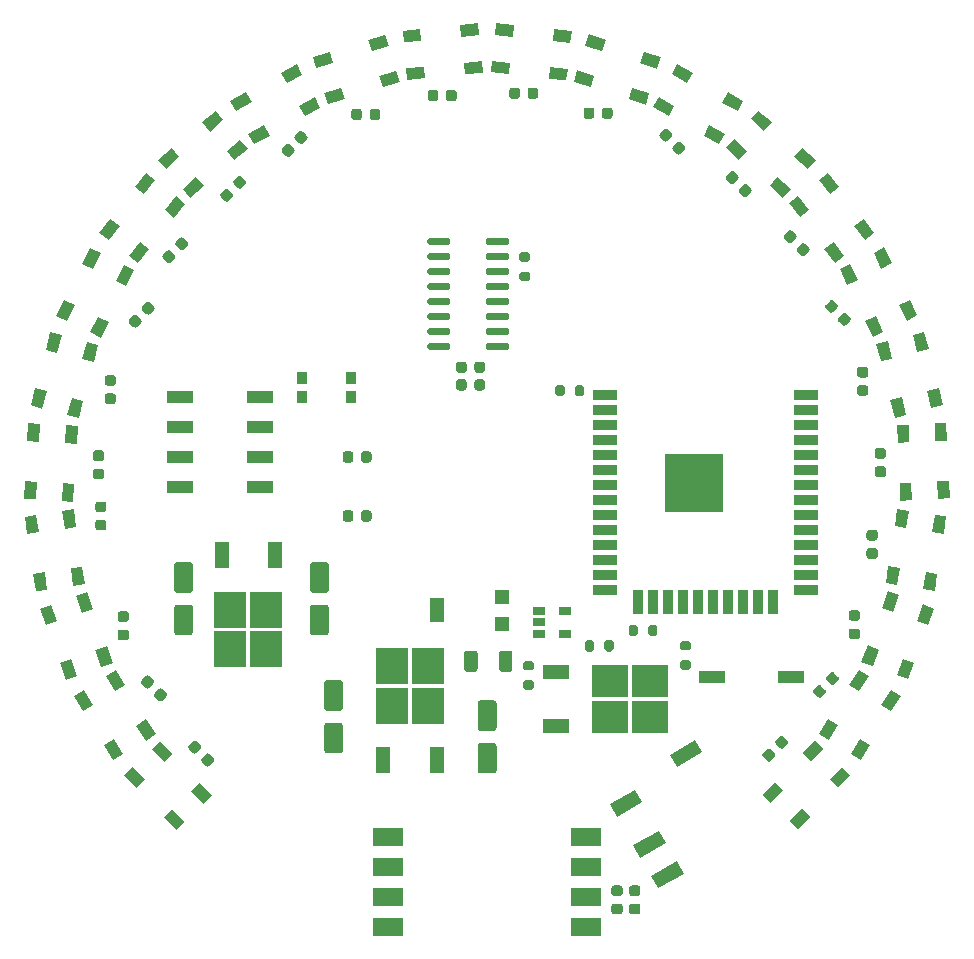
<source format=gbr>
%TF.GenerationSoftware,KiCad,Pcbnew,(5.1.9)-1*%
%TF.CreationDate,2021-08-08T14:50:10+02:00*%
%TF.ProjectId,nogasm,6e6f6761-736d-42e6-9b69-6361645f7063,rev?*%
%TF.SameCoordinates,Original*%
%TF.FileFunction,Paste,Top*%
%TF.FilePolarity,Positive*%
%FSLAX46Y46*%
G04 Gerber Fmt 4.6, Leading zero omitted, Abs format (unit mm)*
G04 Created by KiCad (PCBNEW (5.1.9)-1) date 2021-08-08 14:50:10*
%MOMM*%
%LPD*%
G01*
G04 APERTURE LIST*
%ADD10R,2.000000X0.900000*%
%ADD11R,0.900000X2.000000*%
%ADD12R,5.000000X5.000000*%
%ADD13R,1.060000X0.650000*%
%ADD14R,2.750000X3.050000*%
%ADD15R,1.200000X2.200000*%
%ADD16R,2.540000X1.524000*%
%ADD17R,2.160000X1.120000*%
%ADD18R,0.900000X1.000000*%
%ADD19R,1.300000X1.300000*%
%ADD20R,1.300000X2.000000*%
%ADD21R,3.050000X2.750000*%
%ADD22R,2.200000X1.200000*%
%ADD23C,0.100000*%
G04 APERTURE END LIST*
D10*
%TO.C,U5*%
X167000000Y-82245000D03*
X167000000Y-83515000D03*
X167000000Y-84785000D03*
X167000000Y-86055000D03*
X167000000Y-87325000D03*
X167000000Y-88595000D03*
X167000000Y-89865000D03*
X167000000Y-91135000D03*
X167000000Y-92405000D03*
X167000000Y-93675000D03*
X167000000Y-94945000D03*
X167000000Y-96215000D03*
X167000000Y-97485000D03*
X167000000Y-98755000D03*
D11*
X164215000Y-99755000D03*
X162945000Y-99755000D03*
X161675000Y-99755000D03*
X160405000Y-99755000D03*
X159135000Y-99755000D03*
X157865000Y-99755000D03*
X156595000Y-99755000D03*
X155325000Y-99755000D03*
X154055000Y-99755000D03*
X152785000Y-99755000D03*
D10*
X150000000Y-98755000D03*
X150000000Y-97485000D03*
X150000000Y-96215000D03*
X150000000Y-94945000D03*
X150000000Y-93675000D03*
X150000000Y-92405000D03*
X150000000Y-91135000D03*
X150000000Y-89865000D03*
X150000000Y-88595000D03*
X150000000Y-87325000D03*
X150000000Y-86055000D03*
X150000000Y-84785000D03*
X150000000Y-83515000D03*
X150000000Y-82245000D03*
D12*
X157500000Y-89745000D03*
%TD*%
%TO.C,U6*%
G36*
G01*
X136900000Y-77995000D02*
X136900000Y-78295000D01*
G75*
G02*
X136750000Y-78445000I-150000J0D01*
G01*
X135100000Y-78445000D01*
G75*
G02*
X134950000Y-78295000I0J150000D01*
G01*
X134950000Y-77995000D01*
G75*
G02*
X135100000Y-77845000I150000J0D01*
G01*
X136750000Y-77845000D01*
G75*
G02*
X136900000Y-77995000I0J-150000D01*
G01*
G37*
G36*
G01*
X136900000Y-76725000D02*
X136900000Y-77025000D01*
G75*
G02*
X136750000Y-77175000I-150000J0D01*
G01*
X135100000Y-77175000D01*
G75*
G02*
X134950000Y-77025000I0J150000D01*
G01*
X134950000Y-76725000D01*
G75*
G02*
X135100000Y-76575000I150000J0D01*
G01*
X136750000Y-76575000D01*
G75*
G02*
X136900000Y-76725000I0J-150000D01*
G01*
G37*
G36*
G01*
X136900000Y-75455000D02*
X136900000Y-75755000D01*
G75*
G02*
X136750000Y-75905000I-150000J0D01*
G01*
X135100000Y-75905000D01*
G75*
G02*
X134950000Y-75755000I0J150000D01*
G01*
X134950000Y-75455000D01*
G75*
G02*
X135100000Y-75305000I150000J0D01*
G01*
X136750000Y-75305000D01*
G75*
G02*
X136900000Y-75455000I0J-150000D01*
G01*
G37*
G36*
G01*
X136900000Y-74185000D02*
X136900000Y-74485000D01*
G75*
G02*
X136750000Y-74635000I-150000J0D01*
G01*
X135100000Y-74635000D01*
G75*
G02*
X134950000Y-74485000I0J150000D01*
G01*
X134950000Y-74185000D01*
G75*
G02*
X135100000Y-74035000I150000J0D01*
G01*
X136750000Y-74035000D01*
G75*
G02*
X136900000Y-74185000I0J-150000D01*
G01*
G37*
G36*
G01*
X136900000Y-72915000D02*
X136900000Y-73215000D01*
G75*
G02*
X136750000Y-73365000I-150000J0D01*
G01*
X135100000Y-73365000D01*
G75*
G02*
X134950000Y-73215000I0J150000D01*
G01*
X134950000Y-72915000D01*
G75*
G02*
X135100000Y-72765000I150000J0D01*
G01*
X136750000Y-72765000D01*
G75*
G02*
X136900000Y-72915000I0J-150000D01*
G01*
G37*
G36*
G01*
X136900000Y-71645000D02*
X136900000Y-71945000D01*
G75*
G02*
X136750000Y-72095000I-150000J0D01*
G01*
X135100000Y-72095000D01*
G75*
G02*
X134950000Y-71945000I0J150000D01*
G01*
X134950000Y-71645000D01*
G75*
G02*
X135100000Y-71495000I150000J0D01*
G01*
X136750000Y-71495000D01*
G75*
G02*
X136900000Y-71645000I0J-150000D01*
G01*
G37*
G36*
G01*
X136900000Y-70375000D02*
X136900000Y-70675000D01*
G75*
G02*
X136750000Y-70825000I-150000J0D01*
G01*
X135100000Y-70825000D01*
G75*
G02*
X134950000Y-70675000I0J150000D01*
G01*
X134950000Y-70375000D01*
G75*
G02*
X135100000Y-70225000I150000J0D01*
G01*
X136750000Y-70225000D01*
G75*
G02*
X136900000Y-70375000I0J-150000D01*
G01*
G37*
G36*
G01*
X136900000Y-69105000D02*
X136900000Y-69405000D01*
G75*
G02*
X136750000Y-69555000I-150000J0D01*
G01*
X135100000Y-69555000D01*
G75*
G02*
X134950000Y-69405000I0J150000D01*
G01*
X134950000Y-69105000D01*
G75*
G02*
X135100000Y-68955000I150000J0D01*
G01*
X136750000Y-68955000D01*
G75*
G02*
X136900000Y-69105000I0J-150000D01*
G01*
G37*
G36*
G01*
X141850000Y-69105000D02*
X141850000Y-69405000D01*
G75*
G02*
X141700000Y-69555000I-150000J0D01*
G01*
X140050000Y-69555000D01*
G75*
G02*
X139900000Y-69405000I0J150000D01*
G01*
X139900000Y-69105000D01*
G75*
G02*
X140050000Y-68955000I150000J0D01*
G01*
X141700000Y-68955000D01*
G75*
G02*
X141850000Y-69105000I0J-150000D01*
G01*
G37*
G36*
G01*
X141850000Y-70375000D02*
X141850000Y-70675000D01*
G75*
G02*
X141700000Y-70825000I-150000J0D01*
G01*
X140050000Y-70825000D01*
G75*
G02*
X139900000Y-70675000I0J150000D01*
G01*
X139900000Y-70375000D01*
G75*
G02*
X140050000Y-70225000I150000J0D01*
G01*
X141700000Y-70225000D01*
G75*
G02*
X141850000Y-70375000I0J-150000D01*
G01*
G37*
G36*
G01*
X141850000Y-71645000D02*
X141850000Y-71945000D01*
G75*
G02*
X141700000Y-72095000I-150000J0D01*
G01*
X140050000Y-72095000D01*
G75*
G02*
X139900000Y-71945000I0J150000D01*
G01*
X139900000Y-71645000D01*
G75*
G02*
X140050000Y-71495000I150000J0D01*
G01*
X141700000Y-71495000D01*
G75*
G02*
X141850000Y-71645000I0J-150000D01*
G01*
G37*
G36*
G01*
X141850000Y-72915000D02*
X141850000Y-73215000D01*
G75*
G02*
X141700000Y-73365000I-150000J0D01*
G01*
X140050000Y-73365000D01*
G75*
G02*
X139900000Y-73215000I0J150000D01*
G01*
X139900000Y-72915000D01*
G75*
G02*
X140050000Y-72765000I150000J0D01*
G01*
X141700000Y-72765000D01*
G75*
G02*
X141850000Y-72915000I0J-150000D01*
G01*
G37*
G36*
G01*
X141850000Y-74185000D02*
X141850000Y-74485000D01*
G75*
G02*
X141700000Y-74635000I-150000J0D01*
G01*
X140050000Y-74635000D01*
G75*
G02*
X139900000Y-74485000I0J150000D01*
G01*
X139900000Y-74185000D01*
G75*
G02*
X140050000Y-74035000I150000J0D01*
G01*
X141700000Y-74035000D01*
G75*
G02*
X141850000Y-74185000I0J-150000D01*
G01*
G37*
G36*
G01*
X141850000Y-75455000D02*
X141850000Y-75755000D01*
G75*
G02*
X141700000Y-75905000I-150000J0D01*
G01*
X140050000Y-75905000D01*
G75*
G02*
X139900000Y-75755000I0J150000D01*
G01*
X139900000Y-75455000D01*
G75*
G02*
X140050000Y-75305000I150000J0D01*
G01*
X141700000Y-75305000D01*
G75*
G02*
X141850000Y-75455000I0J-150000D01*
G01*
G37*
G36*
G01*
X141850000Y-76725000D02*
X141850000Y-77025000D01*
G75*
G02*
X141700000Y-77175000I-150000J0D01*
G01*
X140050000Y-77175000D01*
G75*
G02*
X139900000Y-77025000I0J150000D01*
G01*
X139900000Y-76725000D01*
G75*
G02*
X140050000Y-76575000I150000J0D01*
G01*
X141700000Y-76575000D01*
G75*
G02*
X141850000Y-76725000I0J-150000D01*
G01*
G37*
G36*
G01*
X141850000Y-77995000D02*
X141850000Y-78295000D01*
G75*
G02*
X141700000Y-78445000I-150000J0D01*
G01*
X140050000Y-78445000D01*
G75*
G02*
X139900000Y-78295000I0J150000D01*
G01*
X139900000Y-77995000D01*
G75*
G02*
X140050000Y-77845000I150000J0D01*
G01*
X141700000Y-77845000D01*
G75*
G02*
X141850000Y-77995000I0J-150000D01*
G01*
G37*
%TD*%
%TO.C,R6*%
G36*
G01*
X142925000Y-71825000D02*
X143475000Y-71825000D01*
G75*
G02*
X143675000Y-72025000I0J-200000D01*
G01*
X143675000Y-72425000D01*
G75*
G02*
X143475000Y-72625000I-200000J0D01*
G01*
X142925000Y-72625000D01*
G75*
G02*
X142725000Y-72425000I0J200000D01*
G01*
X142725000Y-72025000D01*
G75*
G02*
X142925000Y-71825000I200000J0D01*
G01*
G37*
G36*
G01*
X142925000Y-70175000D02*
X143475000Y-70175000D01*
G75*
G02*
X143675000Y-70375000I0J-200000D01*
G01*
X143675000Y-70775000D01*
G75*
G02*
X143475000Y-70975000I-200000J0D01*
G01*
X142925000Y-70975000D01*
G75*
G02*
X142725000Y-70775000I0J200000D01*
G01*
X142725000Y-70375000D01*
G75*
G02*
X142925000Y-70175000I200000J0D01*
G01*
G37*
%TD*%
%TO.C,C35*%
G36*
G01*
X138925000Y-81650000D02*
X138925000Y-81150000D01*
G75*
G02*
X139150000Y-80925000I225000J0D01*
G01*
X139600000Y-80925000D01*
G75*
G02*
X139825000Y-81150000I0J-225000D01*
G01*
X139825000Y-81650000D01*
G75*
G02*
X139600000Y-81875000I-225000J0D01*
G01*
X139150000Y-81875000D01*
G75*
G02*
X138925000Y-81650000I0J225000D01*
G01*
G37*
G36*
G01*
X137375000Y-81650000D02*
X137375000Y-81150000D01*
G75*
G02*
X137600000Y-80925000I225000J0D01*
G01*
X138050000Y-80925000D01*
G75*
G02*
X138275000Y-81150000I0J-225000D01*
G01*
X138275000Y-81650000D01*
G75*
G02*
X138050000Y-81875000I-225000J0D01*
G01*
X137600000Y-81875000D01*
G75*
G02*
X137375000Y-81650000I0J225000D01*
G01*
G37*
%TD*%
%TO.C,C34*%
G36*
G01*
X138925000Y-80150000D02*
X138925000Y-79650000D01*
G75*
G02*
X139150000Y-79425000I225000J0D01*
G01*
X139600000Y-79425000D01*
G75*
G02*
X139825000Y-79650000I0J-225000D01*
G01*
X139825000Y-80150000D01*
G75*
G02*
X139600000Y-80375000I-225000J0D01*
G01*
X139150000Y-80375000D01*
G75*
G02*
X138925000Y-80150000I0J225000D01*
G01*
G37*
G36*
G01*
X137375000Y-80150000D02*
X137375000Y-79650000D01*
G75*
G02*
X137600000Y-79425000I225000J0D01*
G01*
X138050000Y-79425000D01*
G75*
G02*
X138275000Y-79650000I0J-225000D01*
G01*
X138275000Y-80150000D01*
G75*
G02*
X138050000Y-80375000I-225000J0D01*
G01*
X137600000Y-80375000D01*
G75*
G02*
X137375000Y-80150000I0J225000D01*
G01*
G37*
%TD*%
%TO.C,C7*%
G36*
G01*
X140550000Y-110700000D02*
X139450000Y-110700000D01*
G75*
G02*
X139200000Y-110450000I0J250000D01*
G01*
X139200000Y-108350000D01*
G75*
G02*
X139450000Y-108100000I250000J0D01*
G01*
X140550000Y-108100000D01*
G75*
G02*
X140800000Y-108350000I0J-250000D01*
G01*
X140800000Y-110450000D01*
G75*
G02*
X140550000Y-110700000I-250000J0D01*
G01*
G37*
G36*
G01*
X140550000Y-114300000D02*
X139450000Y-114300000D01*
G75*
G02*
X139200000Y-114050000I0J250000D01*
G01*
X139200000Y-111950000D01*
G75*
G02*
X139450000Y-111700000I250000J0D01*
G01*
X140550000Y-111700000D01*
G75*
G02*
X140800000Y-111950000I0J-250000D01*
G01*
X140800000Y-114050000D01*
G75*
G02*
X140550000Y-114300000I-250000J0D01*
G01*
G37*
%TD*%
%TO.C,C5*%
G36*
G01*
X127550000Y-109000000D02*
X126450000Y-109000000D01*
G75*
G02*
X126200000Y-108750000I0J250000D01*
G01*
X126200000Y-106650000D01*
G75*
G02*
X126450000Y-106400000I250000J0D01*
G01*
X127550000Y-106400000D01*
G75*
G02*
X127800000Y-106650000I0J-250000D01*
G01*
X127800000Y-108750000D01*
G75*
G02*
X127550000Y-109000000I-250000J0D01*
G01*
G37*
G36*
G01*
X127550000Y-112600000D02*
X126450000Y-112600000D01*
G75*
G02*
X126200000Y-112350000I0J250000D01*
G01*
X126200000Y-110250000D01*
G75*
G02*
X126450000Y-110000000I250000J0D01*
G01*
X127550000Y-110000000D01*
G75*
G02*
X127800000Y-110250000I0J-250000D01*
G01*
X127800000Y-112350000D01*
G75*
G02*
X127550000Y-112600000I-250000J0D01*
G01*
G37*
%TD*%
%TO.C,C4*%
G36*
G01*
X113750000Y-100000000D02*
X114850000Y-100000000D01*
G75*
G02*
X115100000Y-100250000I0J-250000D01*
G01*
X115100000Y-102350000D01*
G75*
G02*
X114850000Y-102600000I-250000J0D01*
G01*
X113750000Y-102600000D01*
G75*
G02*
X113500000Y-102350000I0J250000D01*
G01*
X113500000Y-100250000D01*
G75*
G02*
X113750000Y-100000000I250000J0D01*
G01*
G37*
G36*
G01*
X113750000Y-96400000D02*
X114850000Y-96400000D01*
G75*
G02*
X115100000Y-96650000I0J-250000D01*
G01*
X115100000Y-98750000D01*
G75*
G02*
X114850000Y-99000000I-250000J0D01*
G01*
X113750000Y-99000000D01*
G75*
G02*
X113500000Y-98750000I0J250000D01*
G01*
X113500000Y-96650000D01*
G75*
G02*
X113750000Y-96400000I250000J0D01*
G01*
G37*
%TD*%
%TO.C,C2*%
G36*
G01*
X125250000Y-100000000D02*
X126350000Y-100000000D01*
G75*
G02*
X126600000Y-100250000I0J-250000D01*
G01*
X126600000Y-102350000D01*
G75*
G02*
X126350000Y-102600000I-250000J0D01*
G01*
X125250000Y-102600000D01*
G75*
G02*
X125000000Y-102350000I0J250000D01*
G01*
X125000000Y-100250000D01*
G75*
G02*
X125250000Y-100000000I250000J0D01*
G01*
G37*
G36*
G01*
X125250000Y-96400000D02*
X126350000Y-96400000D01*
G75*
G02*
X126600000Y-96650000I0J-250000D01*
G01*
X126600000Y-98750000D01*
G75*
G02*
X126350000Y-99000000I-250000J0D01*
G01*
X125250000Y-99000000D01*
G75*
G02*
X125000000Y-98750000I0J250000D01*
G01*
X125000000Y-96650000D01*
G75*
G02*
X125250000Y-96400000I250000J0D01*
G01*
G37*
%TD*%
D13*
%TO.C,U4*%
X146600000Y-100550000D03*
X146600000Y-102450000D03*
X144400000Y-102450000D03*
X144400000Y-101500000D03*
X144400000Y-100550000D03*
%TD*%
D14*
%TO.C,U3*%
X135000000Y-108575000D03*
X131950000Y-105225000D03*
X131950000Y-108575000D03*
X135000000Y-105225000D03*
D15*
X135755000Y-113200000D03*
X131195000Y-113200000D03*
%TD*%
D14*
%TO.C,U2*%
X118275000Y-100425000D03*
X121325000Y-103775000D03*
X121325000Y-100425000D03*
X118275000Y-103775000D03*
D15*
X117520000Y-95800000D03*
X122080000Y-95800000D03*
%TD*%
D16*
%TO.C,U1*%
X131618000Y-127310000D03*
X131618000Y-124770000D03*
X131618000Y-122230000D03*
X131618000Y-119690000D03*
X148382000Y-119690000D03*
X148382000Y-122230000D03*
X148382000Y-124770000D03*
X148382000Y-127310000D03*
%TD*%
D17*
%TO.C,SW4*%
X159035000Y-106100000D03*
X165765000Y-106100000D03*
%TD*%
%TO.C,SW3*%
X114035000Y-90010000D03*
X120765000Y-82390000D03*
X114035000Y-87470000D03*
X120765000Y-84930000D03*
X114035000Y-84930000D03*
X120765000Y-87470000D03*
X114035000Y-82390000D03*
X120765000Y-90010000D03*
%TD*%
D18*
%TO.C,SW1*%
X128450000Y-82400000D03*
X128450000Y-80800000D03*
X124350000Y-82400000D03*
X124350000Y-80800000D03*
%TD*%
D19*
%TO.C,RV1*%
X141250000Y-99350000D03*
D20*
X135750000Y-100500000D03*
D19*
X141250000Y-101650000D03*
%TD*%
%TO.C,R5*%
G36*
G01*
X153625000Y-102475000D02*
X153625000Y-101925000D01*
G75*
G02*
X153825000Y-101725000I200000J0D01*
G01*
X154225000Y-101725000D01*
G75*
G02*
X154425000Y-101925000I0J-200000D01*
G01*
X154425000Y-102475000D01*
G75*
G02*
X154225000Y-102675000I-200000J0D01*
G01*
X153825000Y-102675000D01*
G75*
G02*
X153625000Y-102475000I0J200000D01*
G01*
G37*
G36*
G01*
X151975000Y-102475000D02*
X151975000Y-101925000D01*
G75*
G02*
X152175000Y-101725000I200000J0D01*
G01*
X152575000Y-101725000D01*
G75*
G02*
X152775000Y-101925000I0J-200000D01*
G01*
X152775000Y-102475000D01*
G75*
G02*
X152575000Y-102675000I-200000J0D01*
G01*
X152175000Y-102675000D01*
G75*
G02*
X151975000Y-102475000I0J200000D01*
G01*
G37*
%TD*%
%TO.C,R4*%
G36*
G01*
X147425000Y-82175000D02*
X147425000Y-81625000D01*
G75*
G02*
X147625000Y-81425000I200000J0D01*
G01*
X148025000Y-81425000D01*
G75*
G02*
X148225000Y-81625000I0J-200000D01*
G01*
X148225000Y-82175000D01*
G75*
G02*
X148025000Y-82375000I-200000J0D01*
G01*
X147625000Y-82375000D01*
G75*
G02*
X147425000Y-82175000I0J200000D01*
G01*
G37*
G36*
G01*
X145775000Y-82175000D02*
X145775000Y-81625000D01*
G75*
G02*
X145975000Y-81425000I200000J0D01*
G01*
X146375000Y-81425000D01*
G75*
G02*
X146575000Y-81625000I0J-200000D01*
G01*
X146575000Y-82175000D01*
G75*
G02*
X146375000Y-82375000I-200000J0D01*
G01*
X145975000Y-82375000D01*
G75*
G02*
X145775000Y-82175000I0J200000D01*
G01*
G37*
%TD*%
%TO.C,R3*%
G36*
G01*
X149075000Y-103225000D02*
X149075000Y-103775000D01*
G75*
G02*
X148875000Y-103975000I-200000J0D01*
G01*
X148475000Y-103975000D01*
G75*
G02*
X148275000Y-103775000I0J200000D01*
G01*
X148275000Y-103225000D01*
G75*
G02*
X148475000Y-103025000I200000J0D01*
G01*
X148875000Y-103025000D01*
G75*
G02*
X149075000Y-103225000I0J-200000D01*
G01*
G37*
G36*
G01*
X150725000Y-103225000D02*
X150725000Y-103775000D01*
G75*
G02*
X150525000Y-103975000I-200000J0D01*
G01*
X150125000Y-103975000D01*
G75*
G02*
X149925000Y-103775000I0J200000D01*
G01*
X149925000Y-103225000D01*
G75*
G02*
X150125000Y-103025000I200000J0D01*
G01*
X150525000Y-103025000D01*
G75*
G02*
X150725000Y-103225000I0J-200000D01*
G01*
G37*
%TD*%
%TO.C,R2*%
G36*
G01*
X157075000Y-103875000D02*
X156525000Y-103875000D01*
G75*
G02*
X156325000Y-103675000I0J200000D01*
G01*
X156325000Y-103275000D01*
G75*
G02*
X156525000Y-103075000I200000J0D01*
G01*
X157075000Y-103075000D01*
G75*
G02*
X157275000Y-103275000I0J-200000D01*
G01*
X157275000Y-103675000D01*
G75*
G02*
X157075000Y-103875000I-200000J0D01*
G01*
G37*
G36*
G01*
X157075000Y-105525000D02*
X156525000Y-105525000D01*
G75*
G02*
X156325000Y-105325000I0J200000D01*
G01*
X156325000Y-104925000D01*
G75*
G02*
X156525000Y-104725000I200000J0D01*
G01*
X157075000Y-104725000D01*
G75*
G02*
X157275000Y-104925000I0J-200000D01*
G01*
X157275000Y-105325000D01*
G75*
G02*
X157075000Y-105525000I-200000J0D01*
G01*
G37*
%TD*%
%TO.C,R1*%
G36*
G01*
X143775000Y-105575000D02*
X143225000Y-105575000D01*
G75*
G02*
X143025000Y-105375000I0J200000D01*
G01*
X143025000Y-104975000D01*
G75*
G02*
X143225000Y-104775000I200000J0D01*
G01*
X143775000Y-104775000D01*
G75*
G02*
X143975000Y-104975000I0J-200000D01*
G01*
X143975000Y-105375000D01*
G75*
G02*
X143775000Y-105575000I-200000J0D01*
G01*
G37*
G36*
G01*
X143775000Y-107225000D02*
X143225000Y-107225000D01*
G75*
G02*
X143025000Y-107025000I0J200000D01*
G01*
X143025000Y-106625000D01*
G75*
G02*
X143225000Y-106425000I200000J0D01*
G01*
X143775000Y-106425000D01*
G75*
G02*
X143975000Y-106625000I0J-200000D01*
G01*
X143975000Y-107025000D01*
G75*
G02*
X143775000Y-107225000I-200000J0D01*
G01*
G37*
%TD*%
D21*
%TO.C,Q1*%
X150425000Y-109525000D03*
X153775000Y-106475000D03*
X150425000Y-106475000D03*
X153775000Y-109525000D03*
D22*
X145800000Y-110280000D03*
X145800000Y-105720000D03*
%TD*%
D23*
%TO.C,J2*%
G36*
X156655449Y-122769246D02*
G01*
X154490385Y-124019246D01*
X153890385Y-122980016D01*
X156055449Y-121730016D01*
X156655449Y-122769246D01*
G37*
G36*
X155155449Y-120171169D02*
G01*
X152990385Y-121421169D01*
X152390385Y-120381939D01*
X154555449Y-119131939D01*
X155155449Y-120171169D01*
G37*
G36*
X153155449Y-116707068D02*
G01*
X150990385Y-117957068D01*
X150390385Y-116917838D01*
X152555449Y-115667838D01*
X153155449Y-116707068D01*
G37*
G36*
X158234615Y-112504440D02*
G01*
X156069551Y-113754440D01*
X155469551Y-112715210D01*
X157634615Y-111465210D01*
X158234615Y-112504440D01*
G37*
%TD*%
%TO.C,D24*%
G36*
X164025913Y-116817525D02*
G01*
X163302946Y-116126642D01*
X164339269Y-115042191D01*
X165062236Y-115733074D01*
X164025913Y-116817525D01*
G37*
G36*
X166339408Y-119028348D02*
G01*
X165616441Y-118337465D01*
X166652764Y-117253014D01*
X167375731Y-117943897D01*
X166339408Y-119028348D01*
G37*
G36*
X167411236Y-113274986D02*
G01*
X166688269Y-112584103D01*
X167724592Y-111499652D01*
X168447559Y-112190535D01*
X167411236Y-113274986D01*
G37*
G36*
X169724731Y-115485809D02*
G01*
X169001764Y-114794926D01*
X170038087Y-113710475D01*
X170761054Y-114401358D01*
X169724731Y-115485809D01*
G37*
%TD*%
%TO.C,D23*%
G36*
X139536698Y-53979230D02*
G01*
X139632544Y-54974626D01*
X138139450Y-55118394D01*
X138043604Y-54122998D01*
X139536698Y-53979230D01*
G37*
G36*
X139229991Y-50793962D02*
G01*
X139325837Y-51789358D01*
X137832743Y-51933126D01*
X137736897Y-50937730D01*
X139229991Y-50793962D01*
G37*
G36*
X134659257Y-54448874D02*
G01*
X134755103Y-55444270D01*
X133262009Y-55588038D01*
X133166163Y-54592642D01*
X134659257Y-54448874D01*
G37*
G36*
X134352550Y-51263606D02*
G01*
X134448396Y-52259002D01*
X132955302Y-52402770D01*
X132859456Y-51407374D01*
X134352550Y-51263606D01*
G37*
%TD*%
%TO.C,D22*%
G36*
X168918690Y-111453252D02*
G01*
X168071568Y-110921853D01*
X168868666Y-109651170D01*
X169715788Y-110182569D01*
X168918690Y-111453252D01*
G37*
G36*
X171629481Y-113153727D02*
G01*
X170782359Y-112622328D01*
X171579457Y-111351645D01*
X172426579Y-111883044D01*
X171629481Y-113153727D01*
G37*
G36*
X171522543Y-107302355D02*
G01*
X170675421Y-106770956D01*
X171472519Y-105500273D01*
X172319641Y-106031672D01*
X171522543Y-107302355D01*
G37*
G36*
X174233334Y-109002830D02*
G01*
X173386212Y-108471431D01*
X174183310Y-107200748D01*
X175030432Y-107732147D01*
X174233334Y-109002830D01*
G37*
%TD*%
%TO.C,D21*%
G36*
X132318982Y-54803443D02*
G01*
X132613022Y-55759236D01*
X131179332Y-56200297D01*
X130885292Y-55244504D01*
X132318982Y-54803443D01*
G37*
G36*
X131378053Y-51744905D02*
G01*
X131672093Y-52700698D01*
X130238403Y-53141759D01*
X129944363Y-52185966D01*
X131378053Y-51744905D01*
G37*
G36*
X127635597Y-56244241D02*
G01*
X127929637Y-57200034D01*
X126495947Y-57641095D01*
X126201907Y-56685302D01*
X127635597Y-56244241D01*
G37*
G36*
X126694668Y-53185703D02*
G01*
X126988708Y-54141496D01*
X125555018Y-54582557D01*
X125260978Y-53626764D01*
X126694668Y-53185703D01*
G37*
%TD*%
%TO.C,D20*%
G36*
X172635997Y-105216123D02*
G01*
X171699324Y-104865915D01*
X172224635Y-103460907D01*
X173161308Y-103811115D01*
X172635997Y-105216123D01*
G37*
G36*
X175633348Y-106336787D02*
G01*
X174696675Y-105986579D01*
X175221986Y-104581571D01*
X176158659Y-104931779D01*
X175633348Y-106336787D01*
G37*
G36*
X174352014Y-100626429D02*
G01*
X173415341Y-100276221D01*
X173940652Y-98871213D01*
X174877325Y-99221421D01*
X174352014Y-100626429D01*
G37*
G36*
X177349365Y-101747093D02*
G01*
X176412692Y-101396885D01*
X176938003Y-99991877D01*
X177874676Y-100342085D01*
X177349365Y-101747093D01*
G37*
%TD*%
%TO.C,D19*%
G36*
X125413114Y-57058145D02*
G01*
X125893337Y-57935291D01*
X124577618Y-58655627D01*
X124097395Y-57778481D01*
X125413114Y-57058145D01*
G37*
G36*
X123876399Y-54251278D02*
G01*
X124356622Y-55128424D01*
X123040903Y-55848760D01*
X122560680Y-54971614D01*
X123876399Y-54251278D01*
G37*
G36*
X121115097Y-59411240D02*
G01*
X121595320Y-60288386D01*
X120279601Y-61008722D01*
X119799378Y-60131576D01*
X121115097Y-59411240D01*
G37*
G36*
X119578382Y-56604373D02*
G01*
X120058605Y-57481519D01*
X118742886Y-58201855D01*
X118262663Y-57324709D01*
X119578382Y-56604373D01*
G37*
%TD*%
%TO.C,D18*%
G36*
X174727171Y-98359290D02*
G01*
X173739211Y-98204580D01*
X173971277Y-96722640D01*
X174959237Y-96877350D01*
X174727171Y-98359290D01*
G37*
G36*
X177888642Y-98854363D02*
G01*
X176900682Y-98699653D01*
X177132748Y-97217713D01*
X178120708Y-97372423D01*
X177888642Y-98854363D01*
G37*
G36*
X175485252Y-93518287D02*
G01*
X174497292Y-93363577D01*
X174729358Y-91881637D01*
X175717318Y-92036347D01*
X175485252Y-93518287D01*
G37*
G36*
X178646723Y-94013360D02*
G01*
X177658763Y-93858650D01*
X177890829Y-92376710D01*
X178878789Y-92531420D01*
X178646723Y-94013360D01*
G37*
%TD*%
%TO.C,D17*%
G36*
X119100007Y-60653208D02*
G01*
X119746797Y-61415876D01*
X118602795Y-62386060D01*
X117956005Y-61623392D01*
X119100007Y-60653208D01*
G37*
G36*
X117030280Y-58212670D02*
G01*
X117677070Y-58975338D01*
X116533068Y-59945522D01*
X115886278Y-59182854D01*
X117030280Y-58212670D01*
G37*
G36*
X115362932Y-63822478D02*
G01*
X116009722Y-64585146D01*
X114865720Y-65555330D01*
X114218930Y-64792662D01*
X115362932Y-63822478D01*
G37*
G36*
X113293205Y-61381940D02*
G01*
X113939995Y-62144608D01*
X112795993Y-63114792D01*
X112149203Y-62352124D01*
X113293205Y-61381940D01*
G37*
%TD*%
%TO.C,D16*%
G36*
X175992962Y-91162265D02*
G01*
X174994072Y-91209372D01*
X174923412Y-89711037D01*
X175922302Y-89663930D01*
X175992962Y-91162265D01*
G37*
G36*
X179189410Y-91011524D02*
G01*
X178190520Y-91058631D01*
X178119860Y-89560296D01*
X179118750Y-89513189D01*
X179189410Y-91011524D01*
G37*
G36*
X175762140Y-86267704D02*
G01*
X174763250Y-86314811D01*
X174692590Y-84816476D01*
X175691480Y-84769369D01*
X175762140Y-86267704D01*
G37*
G36*
X178958588Y-86116963D02*
G01*
X177959698Y-86164070D01*
X177889038Y-84665735D01*
X178887928Y-84618628D01*
X178958588Y-86116963D01*
G37*
%TD*%
%TO.C,D15*%
G36*
X113636143Y-65441548D02*
G01*
X114423078Y-66058584D01*
X113497525Y-67238986D01*
X112710590Y-66621950D01*
X113636143Y-65441548D01*
G37*
G36*
X111117951Y-63467033D02*
G01*
X111904886Y-64084069D01*
X110979333Y-65264471D01*
X110192398Y-64647435D01*
X111117951Y-63467033D01*
G37*
G36*
X110612667Y-69297529D02*
G01*
X111399602Y-69914565D01*
X110474049Y-71094967D01*
X109687114Y-70477931D01*
X110612667Y-69297529D01*
G37*
G36*
X108094475Y-67323014D02*
G01*
X108881410Y-67940050D01*
X107955857Y-69120452D01*
X107168922Y-68503416D01*
X108094475Y-67323014D01*
G37*
%TD*%
%TO.C,D14*%
G36*
X175496479Y-83917549D02*
G01*
X174527463Y-84164548D01*
X174156965Y-82711025D01*
X175125981Y-82464026D01*
X175496479Y-83917549D01*
G37*
G36*
X178597330Y-83127152D02*
G01*
X177628314Y-83374151D01*
X177257816Y-81920628D01*
X178226832Y-81673629D01*
X178597330Y-83127152D01*
G37*
G36*
X174286184Y-79169372D02*
G01*
X173317168Y-79416371D01*
X172946670Y-77962848D01*
X173915686Y-77715849D01*
X174286184Y-79169372D01*
G37*
G36*
X177387035Y-78378975D02*
G01*
X176418019Y-78625974D01*
X176047521Y-77172451D01*
X177016537Y-76925452D01*
X177387035Y-78378975D01*
G37*
%TD*%
%TO.C,D13*%
G36*
X109244261Y-71227027D02*
G01*
X110139196Y-71673225D01*
X109469899Y-73015627D01*
X108574964Y-72569429D01*
X109244261Y-71227027D01*
G37*
G36*
X106380471Y-69799194D02*
G01*
X107275406Y-70245392D01*
X106606109Y-71587794D01*
X105711174Y-71141596D01*
X106380471Y-69799194D01*
G37*
G36*
X107057891Y-75612206D02*
G01*
X107952826Y-76058404D01*
X107283529Y-77400806D01*
X106388594Y-76954608D01*
X107057891Y-75612206D01*
G37*
G36*
X104194101Y-74184373D02*
G01*
X105089036Y-74630571D01*
X104419739Y-75972973D01*
X103524804Y-75526775D01*
X104194101Y-74184373D01*
G37*
%TD*%
%TO.C,D12*%
G36*
X173555252Y-76919066D02*
G01*
X172655694Y-77355868D01*
X172000492Y-76006532D01*
X172900050Y-75569730D01*
X173555252Y-76919066D01*
G37*
G36*
X176433837Y-75521301D02*
G01*
X175534279Y-75958103D01*
X174879077Y-74608767D01*
X175778635Y-74171965D01*
X176433837Y-75521301D01*
G37*
G36*
X171414923Y-72511233D02*
G01*
X170515365Y-72948035D01*
X169860163Y-71598699D01*
X170759721Y-71161897D01*
X171414923Y-72511233D01*
G37*
G36*
X174293508Y-71113468D02*
G01*
X173393950Y-71550270D01*
X172738748Y-70200934D01*
X173638306Y-69764132D01*
X174293508Y-71113468D01*
G37*
%TD*%
%TO.C,D11*%
G36*
X106102839Y-77780443D02*
G01*
X107069215Y-78037575D01*
X106683515Y-79487139D01*
X105717139Y-79230007D01*
X106102839Y-77780443D01*
G37*
G36*
X103010436Y-76957618D02*
G01*
X103976812Y-77214750D01*
X103591112Y-78664314D01*
X102624736Y-78407182D01*
X103010436Y-76957618D01*
G37*
G36*
X104842888Y-82515686D02*
G01*
X105809264Y-82772818D01*
X105423564Y-84222382D01*
X104457188Y-83965250D01*
X104842888Y-82515686D01*
G37*
G36*
X101750485Y-81692861D02*
G01*
X102716861Y-81949993D01*
X102331161Y-83399557D01*
X101364785Y-83142425D01*
X101750485Y-81692861D01*
G37*
%TD*%
%TO.C,D10*%
G36*
X170250348Y-70452368D02*
G01*
X169456994Y-71061130D01*
X168543852Y-69871100D01*
X169337206Y-69262338D01*
X170250348Y-70452368D01*
G37*
G36*
X172789079Y-68504331D02*
G01*
X171995725Y-69113093D01*
X171082583Y-67923063D01*
X171875937Y-67314301D01*
X172789079Y-68504331D01*
G37*
G36*
X167267417Y-66564937D02*
G01*
X166474063Y-67173699D01*
X165560921Y-65983669D01*
X166354275Y-65374907D01*
X167267417Y-66564937D01*
G37*
G36*
X169806148Y-64616900D02*
G01*
X169012794Y-65225662D01*
X168099652Y-64035632D01*
X168893006Y-63426870D01*
X169806148Y-64616900D01*
G37*
%TD*%
%TO.C,D9*%
G36*
X104338381Y-84829627D02*
G01*
X105336723Y-84887191D01*
X105250377Y-86384703D01*
X104252035Y-86327139D01*
X104338381Y-84829627D01*
G37*
G36*
X101143687Y-84645422D02*
G01*
X102142029Y-84702986D01*
X102055683Y-86200498D01*
X101057341Y-86142934D01*
X101143687Y-84645422D01*
G37*
G36*
X104056317Y-89721502D02*
G01*
X105054659Y-89779066D01*
X104968313Y-91276578D01*
X103969971Y-91219014D01*
X104056317Y-89721502D01*
G37*
G36*
X100861623Y-89537297D02*
G01*
X101859965Y-89594861D01*
X101773619Y-91092373D01*
X100775277Y-91034809D01*
X100861623Y-89537297D01*
G37*
%TD*%
%TO.C,D8*%
G36*
X165714517Y-64779610D02*
G01*
X165059776Y-65535463D01*
X163925995Y-64553352D01*
X164580736Y-63797499D01*
X165714517Y-64779610D01*
G37*
G36*
X167809687Y-62360878D02*
G01*
X167154946Y-63116731D01*
X166021165Y-62134620D01*
X166675906Y-61378767D01*
X167809687Y-62360878D01*
G37*
G36*
X162010835Y-61571380D02*
G01*
X161356094Y-62327233D01*
X160222313Y-61345122D01*
X160877054Y-60589269D01*
X162010835Y-61571380D01*
G37*
G36*
X164106005Y-59152648D02*
G01*
X163451264Y-59908501D01*
X162317483Y-58926390D01*
X162972224Y-58170537D01*
X164106005Y-59152648D01*
G37*
%TD*%
%TO.C,D7*%
G36*
X104024539Y-92088726D02*
G01*
X105014065Y-91944370D01*
X105230599Y-93428658D01*
X104241073Y-93573014D01*
X104024539Y-92088726D01*
G37*
G36*
X100858056Y-92550666D02*
G01*
X101847582Y-92406310D01*
X102064116Y-93890598D01*
X101074590Y-94034954D01*
X100858056Y-92550666D01*
G37*
G36*
X104731884Y-96937402D02*
G01*
X105721410Y-96793046D01*
X105937944Y-98277334D01*
X104948418Y-98421690D01*
X104731884Y-96937402D01*
G37*
G36*
X101565401Y-97399342D02*
G01*
X102554927Y-97254986D01*
X102771461Y-98739274D01*
X101781935Y-98883630D01*
X101565401Y-97399342D01*
G37*
%TD*%
%TO.C,D6*%
G36*
X160133301Y-60155300D02*
G01*
X159643919Y-61027369D01*
X158335815Y-60293296D01*
X158825197Y-59421227D01*
X160133301Y-60155300D01*
G37*
G36*
X161699325Y-57364678D02*
G01*
X161209943Y-58236747D01*
X159901839Y-57502674D01*
X160391221Y-56630605D01*
X161699325Y-57364678D01*
G37*
G36*
X155860161Y-57757326D02*
G01*
X155370779Y-58629395D01*
X154062675Y-57895322D01*
X154552057Y-57023253D01*
X155860161Y-57757326D01*
G37*
G36*
X157426185Y-54966704D02*
G01*
X156936803Y-55838773D01*
X155628699Y-55104700D01*
X156118081Y-54232631D01*
X157426185Y-54966704D01*
G37*
%TD*%
%TO.C,D5*%
G36*
X105175102Y-99264661D02*
G01*
X106115390Y-98924281D01*
X106625960Y-100334713D01*
X105685672Y-100675093D01*
X105175102Y-99264661D01*
G37*
G36*
X102166180Y-100353875D02*
G01*
X103106468Y-100013495D01*
X103617038Y-101423927D01*
X102676750Y-101764307D01*
X102166180Y-100353875D01*
G37*
G36*
X106842962Y-103872073D02*
G01*
X107783250Y-103531693D01*
X108293820Y-104942125D01*
X107353532Y-105282505D01*
X106842962Y-103872073D01*
G37*
G36*
X103834040Y-104961287D02*
G01*
X104774328Y-104620907D01*
X105284898Y-106031339D01*
X104344610Y-106371719D01*
X103834040Y-104961287D01*
G37*
%TD*%
%TO.C,D4*%
G36*
X153732081Y-56713833D02*
G01*
X153428048Y-57666495D01*
X151999055Y-57210445D01*
X152303088Y-56257783D01*
X153732081Y-56713833D01*
G37*
G36*
X154704987Y-53665317D02*
G01*
X154400954Y-54617979D01*
X152971961Y-54161929D01*
X153275994Y-53209267D01*
X154704987Y-53665317D01*
G37*
G36*
X149064039Y-55224071D02*
G01*
X148760006Y-56176733D01*
X147331013Y-55720683D01*
X147635046Y-54768021D01*
X149064039Y-55224071D01*
G37*
G36*
X150036945Y-52175555D02*
G01*
X149732912Y-53128217D01*
X148303919Y-52672167D01*
X148607952Y-51719505D01*
X150036945Y-52175555D01*
G37*
%TD*%
%TO.C,D3*%
G36*
X107738909Y-106063803D02*
G01*
X108591549Y-105541305D01*
X109375297Y-106820265D01*
X108522657Y-107342763D01*
X107738909Y-106063803D01*
G37*
G36*
X105010460Y-107735798D02*
G01*
X105863100Y-107213300D01*
X106646848Y-108492260D01*
X105794208Y-109014758D01*
X105010460Y-107735798D01*
G37*
G36*
X110299152Y-110241740D02*
G01*
X111151792Y-109719242D01*
X111935540Y-110998202D01*
X111082900Y-111520700D01*
X110299152Y-110241740D01*
G37*
G36*
X107570703Y-111913735D02*
G01*
X108423343Y-111391237D01*
X109207091Y-112670197D01*
X108354451Y-113192695D01*
X107570703Y-111913735D01*
G37*
%TD*%
%TO.C,D2*%
G36*
X146818990Y-54624817D02*
G01*
X146712726Y-55619155D01*
X145221220Y-55459759D01*
X145327484Y-54465421D01*
X146818990Y-54624817D01*
G37*
G36*
X147159035Y-51442935D02*
G01*
X147052771Y-52437273D01*
X145561265Y-52277877D01*
X145667529Y-51283539D01*
X147159035Y-51442935D01*
G37*
G36*
X141946735Y-54104123D02*
G01*
X141840471Y-55098461D01*
X140348965Y-54939065D01*
X140455229Y-53944727D01*
X141946735Y-54104123D01*
G37*
G36*
X142286780Y-50922241D02*
G01*
X142180516Y-51916579D01*
X140689010Y-51757183D01*
X140795274Y-50762845D01*
X142286780Y-50922241D01*
G37*
%TD*%
%TO.C,D1*%
G36*
X111616703Y-112209879D02*
G01*
X112346865Y-111526605D01*
X113371775Y-112621849D01*
X112641613Y-113305123D01*
X111616703Y-112209879D01*
G37*
G36*
X109280184Y-114396355D02*
G01*
X110010346Y-113713081D01*
X111035256Y-114808325D01*
X110305094Y-115491599D01*
X109280184Y-114396355D01*
G37*
G36*
X114964744Y-115787675D02*
G01*
X115694906Y-115104401D01*
X116719816Y-116199645D01*
X115989654Y-116882919D01*
X114964744Y-115787675D01*
G37*
G36*
X112628225Y-117974151D02*
G01*
X113358387Y-117290877D01*
X114383297Y-118386121D01*
X113653135Y-119069395D01*
X112628225Y-117974151D01*
G37*
%TD*%
%TO.C,C33*%
G36*
G01*
X170850000Y-102025000D02*
X171350000Y-102025000D01*
G75*
G02*
X171575000Y-102250000I0J-225000D01*
G01*
X171575000Y-102700000D01*
G75*
G02*
X171350000Y-102925000I-225000J0D01*
G01*
X170850000Y-102925000D01*
G75*
G02*
X170625000Y-102700000I0J225000D01*
G01*
X170625000Y-102250000D01*
G75*
G02*
X170850000Y-102025000I225000J0D01*
G01*
G37*
G36*
G01*
X170850000Y-100475000D02*
X171350000Y-100475000D01*
G75*
G02*
X171575000Y-100700000I0J-225000D01*
G01*
X171575000Y-101150000D01*
G75*
G02*
X171350000Y-101375000I-225000J0D01*
G01*
X170850000Y-101375000D01*
G75*
G02*
X170625000Y-101150000I0J225000D01*
G01*
X170625000Y-100700000D01*
G75*
G02*
X170850000Y-100475000I225000J0D01*
G01*
G37*
%TD*%
%TO.C,C32*%
G36*
G01*
X155753033Y-61206587D02*
X156106587Y-60853033D01*
G75*
G02*
X156424785Y-60853033I159099J-159099D01*
G01*
X156742983Y-61171231D01*
G75*
G02*
X156742983Y-61489429I-159099J-159099D01*
G01*
X156389429Y-61842983D01*
G75*
G02*
X156071231Y-61842983I-159099J159099D01*
G01*
X155753033Y-61524785D01*
G75*
G02*
X155753033Y-61206587I159099J159099D01*
G01*
G37*
G36*
G01*
X154657017Y-60110571D02*
X155010571Y-59757017D01*
G75*
G02*
X155328769Y-59757017I159099J-159099D01*
G01*
X155646967Y-60075215D01*
G75*
G02*
X155646967Y-60393413I-159099J-159099D01*
G01*
X155293413Y-60746967D01*
G75*
G02*
X154975215Y-60746967I-159099J159099D01*
G01*
X154657017Y-60428769D01*
G75*
G02*
X154657017Y-60110571I159099J159099D01*
G01*
G37*
%TD*%
%TO.C,C31*%
G36*
G01*
X161353033Y-64806587D02*
X161706587Y-64453033D01*
G75*
G02*
X162024785Y-64453033I159099J-159099D01*
G01*
X162342983Y-64771231D01*
G75*
G02*
X162342983Y-65089429I-159099J-159099D01*
G01*
X161989429Y-65442983D01*
G75*
G02*
X161671231Y-65442983I-159099J159099D01*
G01*
X161353033Y-65124785D01*
G75*
G02*
X161353033Y-64806587I159099J159099D01*
G01*
G37*
G36*
G01*
X160257017Y-63710571D02*
X160610571Y-63357017D01*
G75*
G02*
X160928769Y-63357017I159099J-159099D01*
G01*
X161246967Y-63675215D01*
G75*
G02*
X161246967Y-63993413I-159099J-159099D01*
G01*
X160893413Y-64346967D01*
G75*
G02*
X160575215Y-64346967I-159099J159099D01*
G01*
X160257017Y-64028769D01*
G75*
G02*
X160257017Y-63710571I159099J159099D01*
G01*
G37*
%TD*%
%TO.C,C30*%
G36*
G01*
X163993413Y-112253033D02*
X164346967Y-112606587D01*
G75*
G02*
X164346967Y-112924785I-159099J-159099D01*
G01*
X164028769Y-113242983D01*
G75*
G02*
X163710571Y-113242983I-159099J159099D01*
G01*
X163357017Y-112889429D01*
G75*
G02*
X163357017Y-112571231I159099J159099D01*
G01*
X163675215Y-112253033D01*
G75*
G02*
X163993413Y-112253033I159099J-159099D01*
G01*
G37*
G36*
G01*
X165089429Y-111157017D02*
X165442983Y-111510571D01*
G75*
G02*
X165442983Y-111828769I-159099J-159099D01*
G01*
X165124785Y-112146967D01*
G75*
G02*
X164806587Y-112146967I-159099J159099D01*
G01*
X164453033Y-111793413D01*
G75*
G02*
X164453033Y-111475215I159099J159099D01*
G01*
X164771231Y-111157017D01*
G75*
G02*
X165089429Y-111157017I159099J-159099D01*
G01*
G37*
%TD*%
%TO.C,C29*%
G36*
G01*
X143425000Y-56950000D02*
X143425000Y-56450000D01*
G75*
G02*
X143650000Y-56225000I225000J0D01*
G01*
X144100000Y-56225000D01*
G75*
G02*
X144325000Y-56450000I0J-225000D01*
G01*
X144325000Y-56950000D01*
G75*
G02*
X144100000Y-57175000I-225000J0D01*
G01*
X143650000Y-57175000D01*
G75*
G02*
X143425000Y-56950000I0J225000D01*
G01*
G37*
G36*
G01*
X141875000Y-56950000D02*
X141875000Y-56450000D01*
G75*
G02*
X142100000Y-56225000I225000J0D01*
G01*
X142550000Y-56225000D01*
G75*
G02*
X142775000Y-56450000I0J-225000D01*
G01*
X142775000Y-56950000D01*
G75*
G02*
X142550000Y-57175000I-225000J0D01*
G01*
X142100000Y-57175000D01*
G75*
G02*
X141875000Y-56950000I0J225000D01*
G01*
G37*
%TD*%
%TO.C,C28*%
G36*
G01*
X114006587Y-69946967D02*
X113653033Y-69593413D01*
G75*
G02*
X113653033Y-69275215I159099J159099D01*
G01*
X113971231Y-68957017D01*
G75*
G02*
X114289429Y-68957017I159099J-159099D01*
G01*
X114642983Y-69310571D01*
G75*
G02*
X114642983Y-69628769I-159099J-159099D01*
G01*
X114324785Y-69946967D01*
G75*
G02*
X114006587Y-69946967I-159099J159099D01*
G01*
G37*
G36*
G01*
X112910571Y-71042983D02*
X112557017Y-70689429D01*
G75*
G02*
X112557017Y-70371231I159099J159099D01*
G01*
X112875215Y-70053033D01*
G75*
G02*
X113193413Y-70053033I159099J-159099D01*
G01*
X113546967Y-70406587D01*
G75*
G02*
X113546967Y-70724785I-159099J-159099D01*
G01*
X113228769Y-71042983D01*
G75*
G02*
X112910571Y-71042983I-159099J159099D01*
G01*
G37*
%TD*%
%TO.C,C27*%
G36*
G01*
X149725000Y-58650000D02*
X149725000Y-58150000D01*
G75*
G02*
X149950000Y-57925000I225000J0D01*
G01*
X150400000Y-57925000D01*
G75*
G02*
X150625000Y-58150000I0J-225000D01*
G01*
X150625000Y-58650000D01*
G75*
G02*
X150400000Y-58875000I-225000J0D01*
G01*
X149950000Y-58875000D01*
G75*
G02*
X149725000Y-58650000I0J225000D01*
G01*
G37*
G36*
G01*
X148175000Y-58650000D02*
X148175000Y-58150000D01*
G75*
G02*
X148400000Y-57925000I225000J0D01*
G01*
X148850000Y-57925000D01*
G75*
G02*
X149075000Y-58150000I0J-225000D01*
G01*
X149075000Y-58650000D01*
G75*
G02*
X148850000Y-58875000I-225000J0D01*
G01*
X148400000Y-58875000D01*
G75*
G02*
X148175000Y-58650000I0J225000D01*
G01*
G37*
%TD*%
%TO.C,C26*%
G36*
G01*
X136525000Y-57150000D02*
X136525000Y-56650000D01*
G75*
G02*
X136750000Y-56425000I225000J0D01*
G01*
X137200000Y-56425000D01*
G75*
G02*
X137425000Y-56650000I0J-225000D01*
G01*
X137425000Y-57150000D01*
G75*
G02*
X137200000Y-57375000I-225000J0D01*
G01*
X136750000Y-57375000D01*
G75*
G02*
X136525000Y-57150000I0J225000D01*
G01*
G37*
G36*
G01*
X134975000Y-57150000D02*
X134975000Y-56650000D01*
G75*
G02*
X135200000Y-56425000I225000J0D01*
G01*
X135650000Y-56425000D01*
G75*
G02*
X135875000Y-56650000I0J-225000D01*
G01*
X135875000Y-57150000D01*
G75*
G02*
X135650000Y-57375000I-225000J0D01*
G01*
X135200000Y-57375000D01*
G75*
G02*
X134975000Y-57150000I0J225000D01*
G01*
G37*
%TD*%
%TO.C,C25*%
G36*
G01*
X130050000Y-58750000D02*
X130050000Y-58250000D01*
G75*
G02*
X130275000Y-58025000I225000J0D01*
G01*
X130725000Y-58025000D01*
G75*
G02*
X130950000Y-58250000I0J-225000D01*
G01*
X130950000Y-58750000D01*
G75*
G02*
X130725000Y-58975000I-225000J0D01*
G01*
X130275000Y-58975000D01*
G75*
G02*
X130050000Y-58750000I0J225000D01*
G01*
G37*
G36*
G01*
X128500000Y-58750000D02*
X128500000Y-58250000D01*
G75*
G02*
X128725000Y-58025000I225000J0D01*
G01*
X129175000Y-58025000D01*
G75*
G02*
X129400000Y-58250000I0J-225000D01*
G01*
X129400000Y-58750000D01*
G75*
G02*
X129175000Y-58975000I-225000J0D01*
G01*
X128725000Y-58975000D01*
G75*
G02*
X128500000Y-58750000I0J225000D01*
G01*
G37*
%TD*%
%TO.C,C24*%
G36*
G01*
X111154595Y-75398959D02*
X110801041Y-75045405D01*
G75*
G02*
X110801041Y-74727207I159099J159099D01*
G01*
X111119239Y-74409009D01*
G75*
G02*
X111437437Y-74409009I159099J-159099D01*
G01*
X111790991Y-74762563D01*
G75*
G02*
X111790991Y-75080761I-159099J-159099D01*
G01*
X111472793Y-75398959D01*
G75*
G02*
X111154595Y-75398959I-159099J159099D01*
G01*
G37*
G36*
G01*
X110058579Y-76494975D02*
X109705025Y-76141421D01*
G75*
G02*
X109705025Y-75823223I159099J159099D01*
G01*
X110023223Y-75505025D01*
G75*
G02*
X110341421Y-75505025I159099J-159099D01*
G01*
X110694975Y-75858579D01*
G75*
G02*
X110694975Y-76176777I-159099J-159099D01*
G01*
X110376777Y-76494975D01*
G75*
G02*
X110058579Y-76494975I-159099J159099D01*
G01*
G37*
%TD*%
%TO.C,C23*%
G36*
G01*
X124106587Y-60946967D02*
X123753033Y-60593413D01*
G75*
G02*
X123753033Y-60275215I159099J159099D01*
G01*
X124071231Y-59957017D01*
G75*
G02*
X124389429Y-59957017I159099J-159099D01*
G01*
X124742983Y-60310571D01*
G75*
G02*
X124742983Y-60628769I-159099J-159099D01*
G01*
X124424785Y-60946967D01*
G75*
G02*
X124106587Y-60946967I-159099J159099D01*
G01*
G37*
G36*
G01*
X123010571Y-62042983D02*
X122657017Y-61689429D01*
G75*
G02*
X122657017Y-61371231I159099J159099D01*
G01*
X122975215Y-61053033D01*
G75*
G02*
X123293413Y-61053033I159099J-159099D01*
G01*
X123646967Y-61406587D01*
G75*
G02*
X123646967Y-61724785I-159099J-159099D01*
G01*
X123328769Y-62042983D01*
G75*
G02*
X123010571Y-62042983I-159099J159099D01*
G01*
G37*
%TD*%
%TO.C,C22*%
G36*
G01*
X108350000Y-81475000D02*
X107850000Y-81475000D01*
G75*
G02*
X107625000Y-81250000I0J225000D01*
G01*
X107625000Y-80800000D01*
G75*
G02*
X107850000Y-80575000I225000J0D01*
G01*
X108350000Y-80575000D01*
G75*
G02*
X108575000Y-80800000I0J-225000D01*
G01*
X108575000Y-81250000D01*
G75*
G02*
X108350000Y-81475000I-225000J0D01*
G01*
G37*
G36*
G01*
X108350000Y-83025000D02*
X107850000Y-83025000D01*
G75*
G02*
X107625000Y-82800000I0J225000D01*
G01*
X107625000Y-82350000D01*
G75*
G02*
X107850000Y-82125000I225000J0D01*
G01*
X108350000Y-82125000D01*
G75*
G02*
X108575000Y-82350000I0J-225000D01*
G01*
X108575000Y-82800000D01*
G75*
G02*
X108350000Y-83025000I-225000J0D01*
G01*
G37*
%TD*%
%TO.C,C21*%
G36*
G01*
X118906587Y-64746967D02*
X118553033Y-64393413D01*
G75*
G02*
X118553033Y-64075215I159099J159099D01*
G01*
X118871231Y-63757017D01*
G75*
G02*
X119189429Y-63757017I159099J-159099D01*
G01*
X119542983Y-64110571D01*
G75*
G02*
X119542983Y-64428769I-159099J-159099D01*
G01*
X119224785Y-64746967D01*
G75*
G02*
X118906587Y-64746967I-159099J159099D01*
G01*
G37*
G36*
G01*
X117810571Y-65842983D02*
X117457017Y-65489429D01*
G75*
G02*
X117457017Y-65171231I159099J159099D01*
G01*
X117775215Y-64853033D01*
G75*
G02*
X118093413Y-64853033I159099J-159099D01*
G01*
X118446967Y-65206587D01*
G75*
G02*
X118446967Y-65524785I-159099J-159099D01*
G01*
X118128769Y-65842983D01*
G75*
G02*
X117810571Y-65842983I-159099J159099D01*
G01*
G37*
%TD*%
%TO.C,C20*%
G36*
G01*
X171550000Y-81425000D02*
X172050000Y-81425000D01*
G75*
G02*
X172275000Y-81650000I0J-225000D01*
G01*
X172275000Y-82100000D01*
G75*
G02*
X172050000Y-82325000I-225000J0D01*
G01*
X171550000Y-82325000D01*
G75*
G02*
X171325000Y-82100000I0J225000D01*
G01*
X171325000Y-81650000D01*
G75*
G02*
X171550000Y-81425000I225000J0D01*
G01*
G37*
G36*
G01*
X171550000Y-79875000D02*
X172050000Y-79875000D01*
G75*
G02*
X172275000Y-80100000I0J-225000D01*
G01*
X172275000Y-80550000D01*
G75*
G02*
X172050000Y-80775000I-225000J0D01*
G01*
X171550000Y-80775000D01*
G75*
G02*
X171325000Y-80550000I0J225000D01*
G01*
X171325000Y-80100000D01*
G75*
G02*
X171550000Y-79875000I225000J0D01*
G01*
G37*
%TD*%
%TO.C,C19*%
G36*
G01*
X166253033Y-69806587D02*
X166606587Y-69453033D01*
G75*
G02*
X166924785Y-69453033I159099J-159099D01*
G01*
X167242983Y-69771231D01*
G75*
G02*
X167242983Y-70089429I-159099J-159099D01*
G01*
X166889429Y-70442983D01*
G75*
G02*
X166571231Y-70442983I-159099J159099D01*
G01*
X166253033Y-70124785D01*
G75*
G02*
X166253033Y-69806587I159099J159099D01*
G01*
G37*
G36*
G01*
X165157017Y-68710571D02*
X165510571Y-68357017D01*
G75*
G02*
X165828769Y-68357017I159099J-159099D01*
G01*
X166146967Y-68675215D01*
G75*
G02*
X166146967Y-68993413I-159099J-159099D01*
G01*
X165793413Y-69346967D01*
G75*
G02*
X165475215Y-69346967I-159099J159099D01*
G01*
X165157017Y-69028769D01*
G75*
G02*
X165157017Y-68710571I159099J159099D01*
G01*
G37*
%TD*%
%TO.C,C18*%
G36*
G01*
X173050000Y-88300000D02*
X173550000Y-88300000D01*
G75*
G02*
X173775000Y-88525000I0J-225000D01*
G01*
X173775000Y-88975000D01*
G75*
G02*
X173550000Y-89200000I-225000J0D01*
G01*
X173050000Y-89200000D01*
G75*
G02*
X172825000Y-88975000I0J225000D01*
G01*
X172825000Y-88525000D01*
G75*
G02*
X173050000Y-88300000I225000J0D01*
G01*
G37*
G36*
G01*
X173050000Y-86750000D02*
X173550000Y-86750000D01*
G75*
G02*
X173775000Y-86975000I0J-225000D01*
G01*
X173775000Y-87425000D01*
G75*
G02*
X173550000Y-87650000I-225000J0D01*
G01*
X173050000Y-87650000D01*
G75*
G02*
X172825000Y-87425000I0J225000D01*
G01*
X172825000Y-86975000D01*
G75*
G02*
X173050000Y-86750000I225000J0D01*
G01*
G37*
%TD*%
%TO.C,C17*%
G36*
G01*
X172350000Y-95225000D02*
X172850000Y-95225000D01*
G75*
G02*
X173075000Y-95450000I0J-225000D01*
G01*
X173075000Y-95900000D01*
G75*
G02*
X172850000Y-96125000I-225000J0D01*
G01*
X172350000Y-96125000D01*
G75*
G02*
X172125000Y-95900000I0J225000D01*
G01*
X172125000Y-95450000D01*
G75*
G02*
X172350000Y-95225000I225000J0D01*
G01*
G37*
G36*
G01*
X172350000Y-93675000D02*
X172850000Y-93675000D01*
G75*
G02*
X173075000Y-93900000I0J-225000D01*
G01*
X173075000Y-94350000D01*
G75*
G02*
X172850000Y-94575000I-225000J0D01*
G01*
X172350000Y-94575000D01*
G75*
G02*
X172125000Y-94350000I0J225000D01*
G01*
X172125000Y-93900000D01*
G75*
G02*
X172350000Y-93675000I225000J0D01*
G01*
G37*
%TD*%
%TO.C,C16*%
G36*
G01*
X169753033Y-75706587D02*
X170106587Y-75353033D01*
G75*
G02*
X170424785Y-75353033I159099J-159099D01*
G01*
X170742983Y-75671231D01*
G75*
G02*
X170742983Y-75989429I-159099J-159099D01*
G01*
X170389429Y-76342983D01*
G75*
G02*
X170071231Y-76342983I-159099J159099D01*
G01*
X169753033Y-76024785D01*
G75*
G02*
X169753033Y-75706587I159099J159099D01*
G01*
G37*
G36*
G01*
X168657017Y-74610571D02*
X169010571Y-74257017D01*
G75*
G02*
X169328769Y-74257017I159099J-159099D01*
G01*
X169646967Y-74575215D01*
G75*
G02*
X169646967Y-74893413I-159099J-159099D01*
G01*
X169293413Y-75246967D01*
G75*
G02*
X168975215Y-75246967I-159099J159099D01*
G01*
X168657017Y-74928769D01*
G75*
G02*
X168657017Y-74610571I159099J159099D01*
G01*
G37*
%TD*%
%TO.C,C15*%
G36*
G01*
X111746967Y-106693413D02*
X111393413Y-107046967D01*
G75*
G02*
X111075215Y-107046967I-159099J159099D01*
G01*
X110757017Y-106728769D01*
G75*
G02*
X110757017Y-106410571I159099J159099D01*
G01*
X111110571Y-106057017D01*
G75*
G02*
X111428769Y-106057017I159099J-159099D01*
G01*
X111746967Y-106375215D01*
G75*
G02*
X111746967Y-106693413I-159099J-159099D01*
G01*
G37*
G36*
G01*
X112842983Y-107789429D02*
X112489429Y-108142983D01*
G75*
G02*
X112171231Y-108142983I-159099J159099D01*
G01*
X111853033Y-107824785D01*
G75*
G02*
X111853033Y-107506587I159099J159099D01*
G01*
X112206587Y-107153033D01*
G75*
G02*
X112524785Y-107153033I159099J-159099D01*
G01*
X112842983Y-107471231D01*
G75*
G02*
X112842983Y-107789429I-159099J-159099D01*
G01*
G37*
%TD*%
%TO.C,C14*%
G36*
G01*
X168293413Y-106853033D02*
X168646967Y-107206587D01*
G75*
G02*
X168646967Y-107524785I-159099J-159099D01*
G01*
X168328769Y-107842983D01*
G75*
G02*
X168010571Y-107842983I-159099J159099D01*
G01*
X167657017Y-107489429D01*
G75*
G02*
X167657017Y-107171231I159099J159099D01*
G01*
X167975215Y-106853033D01*
G75*
G02*
X168293413Y-106853033I159099J-159099D01*
G01*
G37*
G36*
G01*
X169389429Y-105757017D02*
X169742983Y-106110571D01*
G75*
G02*
X169742983Y-106428769I-159099J-159099D01*
G01*
X169424785Y-106746967D01*
G75*
G02*
X169106587Y-106746967I-159099J159099D01*
G01*
X168753033Y-106393413D01*
G75*
G02*
X168753033Y-106075215I159099J159099D01*
G01*
X169071231Y-105757017D01*
G75*
G02*
X169389429Y-105757017I159099J-159099D01*
G01*
G37*
%TD*%
%TO.C,C13*%
G36*
G01*
X109450000Y-101475000D02*
X108950000Y-101475000D01*
G75*
G02*
X108725000Y-101250000I0J225000D01*
G01*
X108725000Y-100800000D01*
G75*
G02*
X108950000Y-100575000I225000J0D01*
G01*
X109450000Y-100575000D01*
G75*
G02*
X109675000Y-100800000I0J-225000D01*
G01*
X109675000Y-101250000D01*
G75*
G02*
X109450000Y-101475000I-225000J0D01*
G01*
G37*
G36*
G01*
X109450000Y-103025000D02*
X108950000Y-103025000D01*
G75*
G02*
X108725000Y-102800000I0J225000D01*
G01*
X108725000Y-102350000D01*
G75*
G02*
X108950000Y-102125000I225000J0D01*
G01*
X109450000Y-102125000D01*
G75*
G02*
X109675000Y-102350000I0J-225000D01*
G01*
X109675000Y-102800000D01*
G75*
G02*
X109450000Y-103025000I-225000J0D01*
G01*
G37*
%TD*%
%TO.C,C12*%
G36*
G01*
X115746967Y-112193413D02*
X115393413Y-112546967D01*
G75*
G02*
X115075215Y-112546967I-159099J159099D01*
G01*
X114757017Y-112228769D01*
G75*
G02*
X114757017Y-111910571I159099J159099D01*
G01*
X115110571Y-111557017D01*
G75*
G02*
X115428769Y-111557017I159099J-159099D01*
G01*
X115746967Y-111875215D01*
G75*
G02*
X115746967Y-112193413I-159099J-159099D01*
G01*
G37*
G36*
G01*
X116842983Y-113289429D02*
X116489429Y-113642983D01*
G75*
G02*
X116171231Y-113642983I-159099J159099D01*
G01*
X115853033Y-113324785D01*
G75*
G02*
X115853033Y-113006587I159099J159099D01*
G01*
X116206587Y-112653033D01*
G75*
G02*
X116524785Y-112653033I159099J-159099D01*
G01*
X116842983Y-112971231D01*
G75*
G02*
X116842983Y-113289429I-159099J-159099D01*
G01*
G37*
%TD*%
%TO.C,C11*%
G36*
G01*
X107550000Y-92175000D02*
X107050000Y-92175000D01*
G75*
G02*
X106825000Y-91950000I0J225000D01*
G01*
X106825000Y-91500000D01*
G75*
G02*
X107050000Y-91275000I225000J0D01*
G01*
X107550000Y-91275000D01*
G75*
G02*
X107775000Y-91500000I0J-225000D01*
G01*
X107775000Y-91950000D01*
G75*
G02*
X107550000Y-92175000I-225000J0D01*
G01*
G37*
G36*
G01*
X107550000Y-93725000D02*
X107050000Y-93725000D01*
G75*
G02*
X106825000Y-93500000I0J225000D01*
G01*
X106825000Y-93050000D01*
G75*
G02*
X107050000Y-92825000I225000J0D01*
G01*
X107550000Y-92825000D01*
G75*
G02*
X107775000Y-93050000I0J-225000D01*
G01*
X107775000Y-93500000D01*
G75*
G02*
X107550000Y-93725000I-225000J0D01*
G01*
G37*
%TD*%
%TO.C,C10*%
G36*
G01*
X107350000Y-87850000D02*
X106850000Y-87850000D01*
G75*
G02*
X106625000Y-87625000I0J225000D01*
G01*
X106625000Y-87175000D01*
G75*
G02*
X106850000Y-86950000I225000J0D01*
G01*
X107350000Y-86950000D01*
G75*
G02*
X107575000Y-87175000I0J-225000D01*
G01*
X107575000Y-87625000D01*
G75*
G02*
X107350000Y-87850000I-225000J0D01*
G01*
G37*
G36*
G01*
X107350000Y-89400000D02*
X106850000Y-89400000D01*
G75*
G02*
X106625000Y-89175000I0J225000D01*
G01*
X106625000Y-88725000D01*
G75*
G02*
X106850000Y-88500000I225000J0D01*
G01*
X107350000Y-88500000D01*
G75*
G02*
X107575000Y-88725000I0J-225000D01*
G01*
X107575000Y-89175000D01*
G75*
G02*
X107350000Y-89400000I-225000J0D01*
G01*
G37*
%TD*%
%TO.C,C9*%
G36*
G01*
X128675000Y-92250000D02*
X128675000Y-92750000D01*
G75*
G02*
X128450000Y-92975000I-225000J0D01*
G01*
X128000000Y-92975000D01*
G75*
G02*
X127775000Y-92750000I0J225000D01*
G01*
X127775000Y-92250000D01*
G75*
G02*
X128000000Y-92025000I225000J0D01*
G01*
X128450000Y-92025000D01*
G75*
G02*
X128675000Y-92250000I0J-225000D01*
G01*
G37*
G36*
G01*
X130225000Y-92250000D02*
X130225000Y-92750000D01*
G75*
G02*
X130000000Y-92975000I-225000J0D01*
G01*
X129550000Y-92975000D01*
G75*
G02*
X129325000Y-92750000I0J225000D01*
G01*
X129325000Y-92250000D01*
G75*
G02*
X129550000Y-92025000I225000J0D01*
G01*
X130000000Y-92025000D01*
G75*
G02*
X130225000Y-92250000I0J-225000D01*
G01*
G37*
%TD*%
%TO.C,C8*%
G36*
G01*
X128675000Y-87250000D02*
X128675000Y-87750000D01*
G75*
G02*
X128450000Y-87975000I-225000J0D01*
G01*
X128000000Y-87975000D01*
G75*
G02*
X127775000Y-87750000I0J225000D01*
G01*
X127775000Y-87250000D01*
G75*
G02*
X128000000Y-87025000I225000J0D01*
G01*
X128450000Y-87025000D01*
G75*
G02*
X128675000Y-87250000I0J-225000D01*
G01*
G37*
G36*
G01*
X130225000Y-87250000D02*
X130225000Y-87750000D01*
G75*
G02*
X130000000Y-87975000I-225000J0D01*
G01*
X129550000Y-87975000D01*
G75*
G02*
X129325000Y-87750000I0J225000D01*
G01*
X129325000Y-87250000D01*
G75*
G02*
X129550000Y-87025000I225000J0D01*
G01*
X130000000Y-87025000D01*
G75*
G02*
X130225000Y-87250000I0J-225000D01*
G01*
G37*
%TD*%
%TO.C,C6*%
G36*
G01*
X139200000Y-104149999D02*
X139200000Y-105450001D01*
G75*
G02*
X138950001Y-105700000I-249999J0D01*
G01*
X138299999Y-105700000D01*
G75*
G02*
X138050000Y-105450001I0J249999D01*
G01*
X138050000Y-104149999D01*
G75*
G02*
X138299999Y-103900000I249999J0D01*
G01*
X138950001Y-103900000D01*
G75*
G02*
X139200000Y-104149999I0J-249999D01*
G01*
G37*
G36*
G01*
X142150000Y-104149999D02*
X142150000Y-105450001D01*
G75*
G02*
X141900001Y-105700000I-249999J0D01*
G01*
X141249999Y-105700000D01*
G75*
G02*
X141000000Y-105450001I0J249999D01*
G01*
X141000000Y-104149999D01*
G75*
G02*
X141249999Y-103900000I249999J0D01*
G01*
X141900001Y-103900000D01*
G75*
G02*
X142150000Y-104149999I0J-249999D01*
G01*
G37*
%TD*%
%TO.C,C3*%
G36*
G01*
X152750000Y-124675000D02*
X152250000Y-124675000D01*
G75*
G02*
X152025000Y-124450000I0J225000D01*
G01*
X152025000Y-124000000D01*
G75*
G02*
X152250000Y-123775000I225000J0D01*
G01*
X152750000Y-123775000D01*
G75*
G02*
X152975000Y-124000000I0J-225000D01*
G01*
X152975000Y-124450000D01*
G75*
G02*
X152750000Y-124675000I-225000J0D01*
G01*
G37*
G36*
G01*
X152750000Y-126225000D02*
X152250000Y-126225000D01*
G75*
G02*
X152025000Y-126000000I0J225000D01*
G01*
X152025000Y-125550000D01*
G75*
G02*
X152250000Y-125325000I225000J0D01*
G01*
X152750000Y-125325000D01*
G75*
G02*
X152975000Y-125550000I0J-225000D01*
G01*
X152975000Y-126000000D01*
G75*
G02*
X152750000Y-126225000I-225000J0D01*
G01*
G37*
%TD*%
%TO.C,C1*%
G36*
G01*
X151250000Y-124675000D02*
X150750000Y-124675000D01*
G75*
G02*
X150525000Y-124450000I0J225000D01*
G01*
X150525000Y-124000000D01*
G75*
G02*
X150750000Y-123775000I225000J0D01*
G01*
X151250000Y-123775000D01*
G75*
G02*
X151475000Y-124000000I0J-225000D01*
G01*
X151475000Y-124450000D01*
G75*
G02*
X151250000Y-124675000I-225000J0D01*
G01*
G37*
G36*
G01*
X151250000Y-126225000D02*
X150750000Y-126225000D01*
G75*
G02*
X150525000Y-126000000I0J225000D01*
G01*
X150525000Y-125550000D01*
G75*
G02*
X150750000Y-125325000I225000J0D01*
G01*
X151250000Y-125325000D01*
G75*
G02*
X151475000Y-125550000I0J-225000D01*
G01*
X151475000Y-126000000D01*
G75*
G02*
X151250000Y-126225000I-225000J0D01*
G01*
G37*
%TD*%
M02*

</source>
